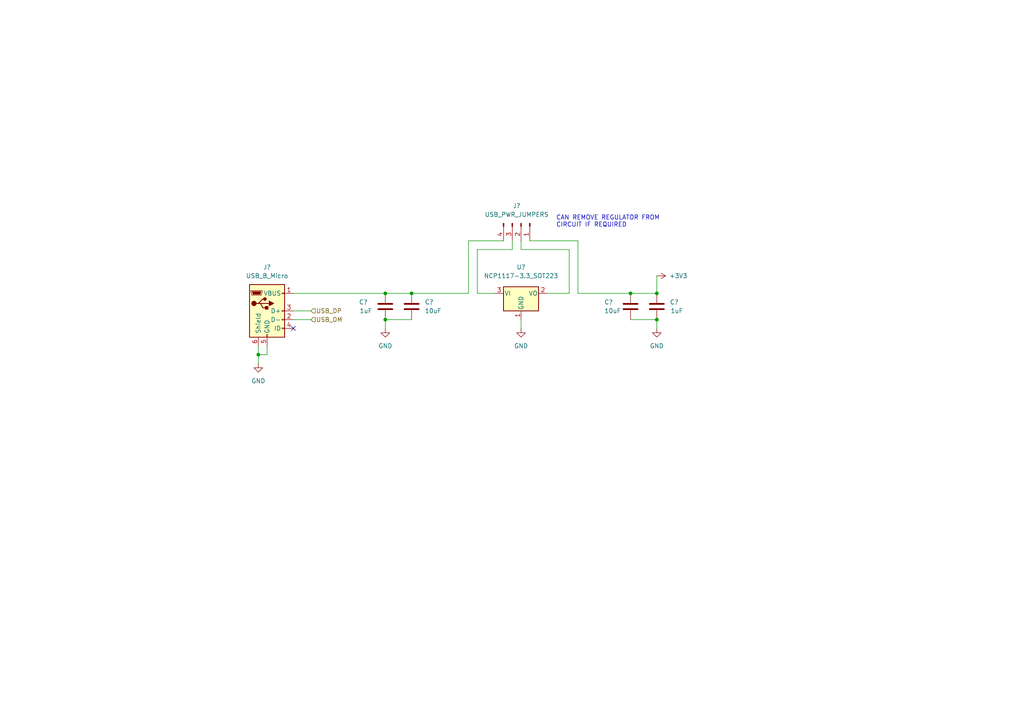
<source format=kicad_sch>
(kicad_sch (version 20211123) (generator eeschema)
  (paper "A4")
  (lib_symbols
    (symbol "Connector:Conn_01x04_Male" (pin_names (offset 1.016) hide)
      (property "Reference" "J" (at 0 5.08 0))
      (property "Value" "Conn_01x04_Male" (at 0 -7.62 0))
      (symbol "Conn_01x04_Male_1_1"
        (polyline (pts (xy 1.27 -5.08) (xy 0.8636 -5.08)) (stroke (width 0.1524)))
        (polyline (pts (xy 1.27 -2.54) (xy 0.8636 -2.54)) (stroke (width 0.1524)))
        (polyline (pts (xy 1.27 0) (xy 0.8636 0)) (stroke (width 0.1524)))
        (polyline (pts (xy 1.27 2.54) (xy 0.8636 2.54)) (stroke (width 0.1524)))
        (rectangle (start 0.8636 -4.953) (end 0 -5.207) (stroke (width 0.1524)) (fill (type outline)))
        (rectangle (start 0.8636 -2.413) (end 0 -2.667) (stroke (width 0.1524)) (fill (type outline)))
        (rectangle (start 0.8636 0.127) (end 0 -0.127) (stroke (width 0.1524)) (fill (type outline)))
        (rectangle (start 0.8636 2.667) (end 0 2.413) (stroke (width 0.1524)) (fill (type outline)))
        (pin passive line (at 5.08 2.54 180) (length 3.81) (name "Pin_1") (number "1"))
        (pin passive line (at 5.08 0 180) (length 3.81) (name "Pin_2") (number "2"))
        (pin passive line (at 5.08 -2.54 180) (length 3.81) (name "Pin_3") (number "3"))
        (pin passive line (at 5.08 -5.08 180) (length 3.81) (name "Pin_4") (number "4"))
      )
    )
    (symbol "Connector:USB_B_Micro" (pin_names (offset 1.016))
      (property "Reference" "J" (at -5.08 11.43 0))
      (property "Value" "USB_B_Micro" (at -5.08 8.89 0))
      (symbol "USB_B_Micro_0_1"
        (rectangle (start -5.08 -7.62) (end 5.08 7.62) (stroke (width 0.254)) (fill (type background)))
        (circle (center -3.81 2.159) (radius 0.635) (stroke (width 0.254)) (fill (type outline)))
        (circle (center -0.635 3.429) (radius 0.381) (stroke (width 0.254)) (fill (type outline)))
        (rectangle (start -0.127 -7.62) (end 0.127 -6.858))
        (polyline (pts (xy -1.905 2.159) (xy 0.635 2.159)) (stroke (width 0.254)))
        (polyline (pts (xy -3.175 2.159) (xy -2.54 2.159) (xy -1.27 3.429) (xy -0.635 3.429)) (stroke (width 0.254)))
        (polyline (pts (xy -2.54 2.159) (xy -1.905 2.159) (xy -1.27 0.889) (xy 0 0.889)) (stroke (width 0.254)))
        (polyline (pts (xy 0.635 2.794) (xy 0.635 1.524) (xy 1.905 2.159) (xy 0.635 2.794)) (stroke (width 0.254)) (fill (type outline)))
        (polyline (pts (xy -4.318 5.588) (xy -1.778 5.588) (xy -2.032 4.826) (xy -4.064 4.826) (xy -4.318 5.588)) (fill (type outline)))
        (polyline (pts (xy -4.699 5.842) (xy -4.699 5.588) (xy -4.445 4.826) (xy -4.445 4.572) (xy -1.651 4.572) (xy -1.651 4.826) (xy -1.397 5.588) (xy -1.397 5.842) (xy -4.699 5.842)))
        (rectangle (start 0.254 1.27) (end -0.508 0.508) (stroke (width 0.254)) (fill (type outline)))
        (rectangle (start 5.08 -5.207) (end 4.318 -4.953))
        (rectangle (start 5.08 -2.667) (end 4.318 -2.413))
        (rectangle (start 5.08 -0.127) (end 4.318 0.127))
        (rectangle (start 5.08 4.953) (end 4.318 5.207))
      )
      (symbol "USB_B_Micro_1_1"
        (pin power_out line (at 7.62 5.08 180) (length 2.54) (name "VBUS") (number "1"))
        (pin bidirectional line (at 7.62 -2.54 180) (length 2.54) (name "D-") (number "2"))
        (pin bidirectional line (at 7.62 0 180) (length 2.54) (name "D+") (number "3"))
        (pin passive line (at 7.62 -5.08 180) (length 2.54) (name "ID") (number "4"))
        (pin power_out line (at 0 -10.16 90) (length 2.54) (name "GND") (number "5"))
        (pin passive line (at -2.54 -10.16 90) (length 2.54) (name "Shield") (number "6"))
      )
    )
    (symbol "Device:C" (pin_numbers hide) (pin_names (offset 0.254))
      (property "Reference" "C" (at 0.635 2.54 0))
      (property "Value" "C" (at 0.635 -2.54 0))
      (symbol "C_0_1"
        (polyline (pts (xy -2.032 -0.762) (xy 2.032 -0.762)) (stroke (width 0.508)))
        (polyline (pts (xy -2.032 0.762) (xy 2.032 0.762)) (stroke (width 0.508)))
      )
      (symbol "C_1_1"
        (pin passive line (at 0 3.81 270) (length 2.794) (name "~") (number "1"))
        (pin passive line (at 0 -3.81 90) (length 2.794) (name "~") (number "2"))
      )
    )
    (symbol "Regulator_Linear:NCP1117-3.3_SOT223" (pin_names (offset 0.254))
      (property "Reference" "U" (at -3.81 3.175 0))
      (property "Value" "NCP1117-3.3_SOT223" (at 0 3.175 0))
      (symbol "NCP1117-3.3_SOT223_0_1"
        (rectangle (start -5.08 -5.08) (end 5.08 1.905) (stroke (width 0.254)) (fill (type background)))
      )
      (symbol "NCP1117-3.3_SOT223_1_1"
        (pin power_in line (at 0 -7.62 90) (length 2.54) (name "GND") (number "1"))
        (pin power_out line (at 7.62 0 180) (length 2.54) (name "VO") (number "2"))
        (pin power_in line (at -7.62 0 0) (length 2.54) (name "VI") (number "3"))
      )
    )
    (symbol "power:+3.3V" (power) (pin_names (offset 0))
      (property "Value" "+3.3V" (at 0 3.556 0))
      (symbol "+3.3V_0_1"
        (polyline (pts (xy -0.762 1.27) (xy 0 2.54)))
        (polyline (pts (xy 0 0) (xy 0 2.54)))
        (polyline (pts (xy 0 2.54) (xy 0.762 1.27)))
      )
      (symbol "+3.3V_1_1"
        (pin power_in line (at 0 0 90) (length 0) hide (name "+3V3") (number "1"))
      )
    )
    (symbol "power:GND" (power) (pin_names (offset 0))
      (property "Value" "GND" (at 0 -3.81 0))
      (symbol "GND_0_1"
        (polyline (pts (xy 0 0) (xy 0 -1.27) (xy 1.27 -1.27) (xy 0 -2.54) (xy -1.27 -1.27) (xy 0 -1.27)))
      )
      (symbol "GND_1_1"
        (pin power_in line (at 0 0 270) (length 0) hide (name "GND") (number "1"))
      )
    )
  )
  (junction (at 111.76 85.09))
  (junction (at 74.93 102.87))
  (junction (at 111.76 92.71))
  (junction (at 190.5 92.71))
  (junction (at 119.38 85.09))
  (junction (at 190.5 85.09))
  (junction (at 182.88 85.09))
  (no_connect (at 85.09 95.25))
  (wire (pts (xy 148.59 69.85) (xy 148.59 72.39)))
  (wire (pts (xy 138.43 85.09) (xy 143.51 85.09)))
  (wire (pts (xy 190.5 80.01) (xy 190.5 85.09)))
  (wire (pts (xy 85.09 85.09) (xy 111.76 85.09)))
  (wire (pts (xy 111.76 92.71) (xy 119.38 92.71)))
  (wire (pts (xy 135.89 69.85) (xy 146.05 69.85)))
  (wire (pts (xy 74.93 102.87) (xy 74.93 105.41)))
  (wire (pts (xy 74.93 102.87) (xy 77.47 102.87)))
  (wire (pts (xy 158.75 85.09) (xy 165.1 85.09)))
  (wire (pts (xy 77.47 102.87) (xy 77.47 100.33)))
  (wire (pts (xy 148.59 72.39) (xy 138.43 72.39)))
  (wire (pts (xy 151.13 92.71) (xy 151.13 95.25)))
  (wire (pts (xy 167.64 85.09) (xy 182.88 85.09)))
  (wire (pts (xy 85.09 92.71) (xy 90.17 92.71)))
  (wire (pts (xy 111.76 92.71) (xy 111.76 95.25)))
  (wire (pts (xy 151.13 69.85) (xy 151.13 72.39)))
  (wire (pts (xy 138.43 72.39) (xy 138.43 85.09)))
  (wire (pts (xy 167.64 69.85) (xy 167.64 85.09)))
  (wire (pts (xy 151.13 72.39) (xy 165.1 72.39)))
  (wire (pts (xy 153.67 69.85) (xy 167.64 69.85)))
  (wire (pts (xy 111.76 85.09) (xy 119.38 85.09)))
  (wire (pts (xy 85.09 90.17) (xy 90.17 90.17)))
  (wire (pts (xy 165.1 72.39) (xy 165.1 85.09)))
  (wire (pts (xy 119.38 85.09) (xy 135.89 85.09)))
  (wire (pts (xy 182.88 92.71) (xy 190.5 92.71)))
  (wire (pts (xy 182.88 85.09) (xy 190.5 85.09)))
  (wire (pts (xy 74.93 100.33) (xy 74.93 102.87)))
  (wire (pts (xy 135.89 85.09) (xy 135.89 69.85)))
  (wire (pts (xy 190.5 92.71) (xy 190.5 95.25)))
  (text "CAN REMOVE REGULATOR FROM\nCIRCUIT IF REQUIRED" (at 161.29 66.04 0) (effects (font (size 1.27 1.27)) (justify left bottom)))
  (hierarchical_label "USB_DM" (shape input) (at 90.17 92.71 0))
  (hierarchical_label "USB_DP" (shape input) (at 90.17 90.17 0))
  (symbol (lib_id "power:GND") (at 190.5 95.25 0) (unit 1)
    (property "Reference" "#PWR?" (effects hide))
    (property "Value" "GND" (at 190.5 100.33 0))
  )
  (symbol (lib_id "power:GND") (at 111.76 95.25 0) (unit 1)
    (property "Reference" "#PWR?" (effects hide))
    (property "Value" "GND" (at 111.76 100.33 0))
  )
  (symbol (lib_id "power:GND") (at 74.93 105.41 0) (unit 1)
    (property "Reference" "#PWR?" (effects hide))
    (property "Value" "GND" (at 74.93 110.49 0))
  )
  (symbol (lib_id "Connector:Conn_01x04_Male") (at 151.13 64.77 270) (unit 1)
    (property "Reference" "J?" (at 149.86 59.69 90))
    (property "Value" "USB_PWR_JUMPERS" (at 149.86 62.23 90))
    (property "Footprint" "Connector_PinHeader_2.54mm:PinHeader_1x04_P2.54mm_Vertical" (effects hide))
  )
  (symbol (lib_id "Connector:USB_B_Micro") (at 77.47 90.17 0) (unit 1)
    (property "Reference" "J?" (at 77.47 77.47 0))
    (property "Value" "USB_B_Micro" (at 77.47 80.01 0))
    (property "Footprint" "Connector_USB:USB_Micro-B_Amphenol_10118194_Horizontal" (effects hide))
    (property "LCSC" "C132563" (effects hide))
  )
  (symbol (lib_id "Regulator_Linear:NCP1117-3.3_SOT223") (at 151.13 85.09 0) (unit 1)
    (property "Reference" "U?" (at 151.13 77.47 0))
    (property "Value" "NCP1117-3.3_SOT223" (at 151.13 80.01 0))
    (property "Footprint" "Package_TO_SOT_SMD:SOT-223-3_TabPin2" (effects hide))
    (property "Datasheet" "http://www.onsemi.com/pub_link/Collateral/NCP1117-D.PDF" (effects hide))
    (property "LCSC" "C26537 " (effects hide))
  )
  (symbol (lib_id "Device:C") (at 190.5 88.9 180) (unit 1)
    (property "Reference" "C?" (at 196.85 87.63 0) (effects (justify left)))
    (property "Value" "1uF" (at 198.12 90.17 0) (effects (justify left)))
    (property "Footprint" "Capacitor_SMD:C_0603_1608Metric" (effects hide))
    (property "LCSC" "C15849" (effects hide))
  )
  (symbol (lib_id "Device:C") (at 111.76 88.9 180) (unit 1)
    (property "Reference" "C?" (at 106.68 87.63 0) (effects (justify left)))
    (property "Value" "1uF" (at 107.95 90.17 0) (effects (justify left)))
    (property "Footprint" "Capacitor_SMD:C_0603_1608Metric" (effects hide))
    (property "LCSC" "C15849" (effects hide))
  )
  (symbol (lib_id "power:+3.3V") (at 190.5 80.01 270) (unit 1)
    (property "Reference" "#PWR?" (effects hide))
    (property "Value" "+3.3V" (at 199.39 80.01 90) (effects (justify right)))
  )
  (symbol (lib_id "power:GND") (at 151.13 95.25 0) (unit 1)
    (property "Reference" "#PWR?" (effects hide))
    (property "Value" "GND" (at 151.13 100.33 0))
  )
  (symbol (lib_id "Device:C") (at 182.88 88.9 0) (unit 1)
    (property "Reference" "C?" (at 175.26 87.63 0) (effects (justify left)))
    (property "Value" "10uF" (at 175.26 90.17 0) (effects (justify left)))
    (property "Footprint" "Capacitor_SMD:C_0603_1608Metric" (effects hide))
    (property "LCSC" "C96446" (effects hide))
  )
  (symbol (lib_id "Device:C") (at 119.38 88.9 0) (unit 1)
    (property "Reference" "C?" (at 123.19 87.6299 0) (effects (justify left)))
    (property "Value" "10uF" (at 123.19 90.1699 0) (effects (justify left)))
    (property "Footprint" "Capacitor_SMD:C_0603_1608Metric" (effects hide))
    (property "LCSC" "C96446" (effects hide))
  )
)
</source>
